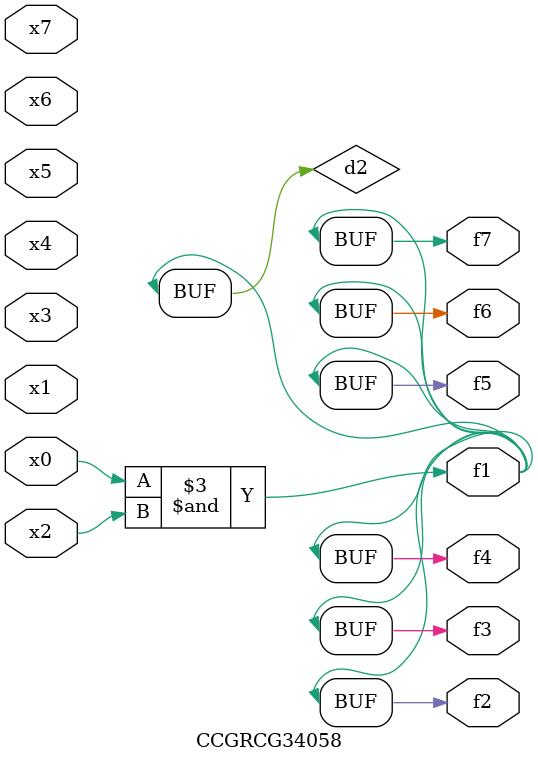
<source format=v>
module CCGRCG34058(
	input x0, x1, x2, x3, x4, x5, x6, x7,
	output f1, f2, f3, f4, f5, f6, f7
);

	wire d1, d2;

	nor (d1, x3, x6);
	and (d2, x0, x2);
	assign f1 = d2;
	assign f2 = d2;
	assign f3 = d2;
	assign f4 = d2;
	assign f5 = d2;
	assign f6 = d2;
	assign f7 = d2;
endmodule

</source>
